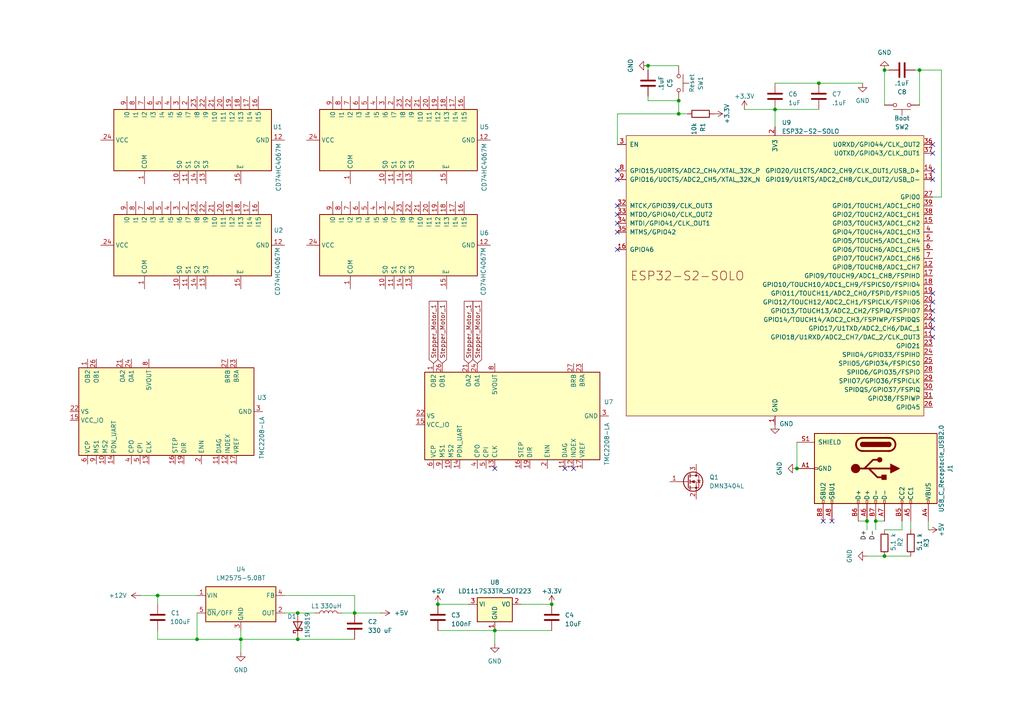
<source format=kicad_sch>
(kicad_sch (version 20231120) (generator "eeschema") (generator_version "8.0")
  (paper "A4")
  (lib_symbols
    (symbol "+5V_1" (power) (pin_numbers hide) (pin_names (offset 0) hide)
      (property "Value" "+5V" (at 0 3.556 0))
      (symbol "+5V_1_0_1"
        (polyline (pts (xy -0.762 1.27) (xy 0 2.54)))
        (polyline (pts (xy 0 0) (xy 0 2.54)))
        (polyline (pts (xy 0 2.54) (xy 0.762 1.27)))
      )
      (symbol "+5V_1_1_1"
        (pin power_in line (at 0 0 90) (length 0) (name "~") (number "1"))
      )
    )
    (symbol "74xx:CD74HC4067M"
      (property "Reference" "U" (at -8.89 22.86 0))
      (property "Value" "CD74HC4067M" (at 1.27 22.86 0))
      (symbol "CD74HC4067M_0_1"
        (rectangle (start -8.89 21.59) (end 8.89 -24.13) (stroke (width 0.254)) (fill (type background)))
      )
      (symbol "CD74HC4067M_1_1"
        (pin passive line (at -12.7 12.7 0) (length 3.81) (name "COM") (number "1"))
        (pin input line (at -12.7 2.54 0) (length 3.81) (name "S0") (number "10"))
        (pin input line (at -12.7 0 0) (length 3.81) (name "S1") (number "11"))
        (pin power_in line (at 0 -27.94 90) (length 3.81) (name "GND") (number "12"))
        (pin input line (at -12.7 -5.08 0) (length 3.81) (name "S3") (number "13"))
        (pin input line (at -12.7 -2.54 0) (length 3.81) (name "S2") (number "14"))
        (pin input line (at -12.7 -15.24 0) (length 3.81) (name "~{E}") (number "15"))
        (pin passive line (at 12.7 -20.32 180) (length 3.81) (name "I15") (number "16"))
        (pin passive line (at 12.7 -17.78 180) (length 3.81) (name "I14") (number "17"))
        (pin passive line (at 12.7 -15.24 180) (length 3.81) (name "I13") (number "18"))
        (pin passive line (at 12.7 -12.7 180) (length 3.81) (name "I12") (number "19"))
        (pin passive line (at 12.7 0 180) (length 3.81) (name "I7") (number "2"))
        (pin passive line (at 12.7 -10.16 180) (length 3.81) (name "I11") (number "20"))
        (pin passive line (at 12.7 -7.62 180) (length 3.81) (name "I10") (number "21"))
        (pin passive line (at 12.7 -5.08 180) (length 3.81) (name "I9") (number "22"))
        (pin passive line (at 12.7 -2.54 180) (length 3.81) (name "I8") (number "23"))
        (pin power_in line (at 0 25.4 270) (length 3.81) (name "VCC") (number "24"))
        (pin passive line (at 12.7 2.54 180) (length 3.81) (name "I6") (number "3"))
        (pin passive line (at 12.7 5.08 180) (length 3.81) (name "I5") (number "4"))
        (pin passive line (at 12.7 7.62 180) (length 3.81) (name "I4") (number "5"))
        (pin passive line (at 12.7 10.16 180) (length 3.81) (name "I3") (number "6"))
        (pin passive line (at 12.7 12.7 180) (length 3.81) (name "I2") (number "7"))
        (pin passive line (at 12.7 15.24 180) (length 3.81) (name "I1") (number "8"))
        (pin passive line (at 12.7 17.78 180) (length 3.81) (name "I0") (number "9"))
      )
    )
    (symbol "Connector:USB_C_Receptacle_USB2.0" (pin_names (offset 1.016))
      (property "Reference" "J" (at -10.16 19.05 0))
      (property "Value" "USB_C_Receptacle_USB2.0" (at 19.05 19.05 0))
      (symbol "USB_C_Receptacle_USB2.0_0_0"
        (rectangle (start -0.254 -17.78) (end 0.254 -16.764))
        (rectangle (start 10.16 -14.986) (end 9.144 -15.494))
        (rectangle (start 10.16 -12.446) (end 9.144 -12.954))
        (rectangle (start 10.16 -4.826) (end 9.144 -5.334))
        (rectangle (start 10.16 -2.286) (end 9.144 -2.794))
        (rectangle (start 10.16 0.254) (end 9.144 -0.254))
        (rectangle (start 10.16 2.794) (end 9.144 2.286))
        (rectangle (start 10.16 7.874) (end 9.144 7.366))
        (rectangle (start 10.16 10.414) (end 9.144 9.906))
        (rectangle (start 10.16 15.494) (end 9.144 14.986))
      )
      (symbol "USB_C_Receptacle_USB2.0_0_1"
        (rectangle (start -10.16 17.78) (end 10.16 -17.78) (stroke (width 0.254)) (fill (type background)))
        (arc (start -8.89 -3.81) (mid -6.985 -5.7067) (end -5.08 -3.81) (stroke (width 0.508)))
        (arc (start -7.62 -3.81) (mid -6.985 -4.4423) (end -6.35 -3.81) (stroke (width 0.254)))
        (arc (start -7.62 -3.81) (mid -6.985 -4.4423) (end -6.35 -3.81) (stroke (width 0.254)) (fill (type outline)))
        (rectangle (start -7.62 -3.81) (end -6.35 3.81) (stroke (width 0.254)) (fill (type outline)))
        (arc (start -6.35 3.81) (mid -6.985 4.4423) (end -7.62 3.81) (stroke (width 0.254)))
        (arc (start -6.35 3.81) (mid -6.985 4.4423) (end -7.62 3.81) (stroke (width 0.254)) (fill (type outline)))
        (arc (start -5.08 3.81) (mid -6.985 5.7067) (end -8.89 3.81) (stroke (width 0.508)))
        (circle (center -2.54 1.143) (radius 0.635) (stroke (width 0.254)) (fill (type outline)))
        (circle (center 0 -5.842) (radius 1.27) (fill (type outline)))
        (polyline (pts (xy -8.89 -3.81) (xy -8.89 3.81)) (stroke (width 0.508)))
        (polyline (pts (xy -5.08 3.81) (xy -5.08 -3.81)) (stroke (width 0.508)))
        (polyline (pts (xy 0 -5.842) (xy 0 4.318)) (stroke (width 0.508)))
        (polyline (pts (xy 0 -3.302) (xy -2.54 -0.762) (xy -2.54 0.508)) (stroke (width 0.508)))
        (polyline (pts (xy 0 -2.032) (xy 2.54 0.508) (xy 2.54 1.778)) (stroke (width 0.508)))
        (polyline (pts (xy -1.27 4.318) (xy 0 6.858) (xy 1.27 4.318) (xy -1.27 4.318)) (stroke (width 0.254)) (fill (type outline)))
        (rectangle (start 1.905 1.778) (end 3.175 3.048) (stroke (width 0.254)) (fill (type outline)))
      )
      (symbol "USB_C_Receptacle_USB2.0_1_1"
        (pin passive line (at 0 -22.86 90) (length 5.08) (name "GND") (number "A1"))
        (pin passive line (at 0 -22.86 90) (length 5.08) hide (name "GND") (number "A12"))
        (pin passive line (at 15.24 15.24 180) (length 5.08) (name "VBUS") (number "A4"))
        (pin bidirectional line (at 15.24 10.16 180) (length 5.08) (name "CC1") (number "A5"))
        (pin bidirectional line (at 15.24 -2.54 180) (length 5.08) (name "D+") (number "A6"))
        (pin bidirectional line (at 15.24 2.54 180) (length 5.08) (name "D-") (number "A7"))
        (pin bidirectional line (at 15.24 -12.7 180) (length 5.08) (name "SBU1") (number "A8"))
        (pin passive line (at 15.24 15.24 180) (length 5.08) hide (name "VBUS") (number "A9"))
        (pin passive line (at 0 -22.86 90) (length 5.08) hide (name "GND") (number "B1"))
        (pin passive line (at 0 -22.86 90) (length 5.08) hide (name "GND") (number "B12"))
        (pin passive line (at 15.24 15.24 180) (length 5.08) hide (name "VBUS") (number "B4"))
        (pin bidirectional line (at 15.24 7.62 180) (length 5.08) (name "CC2") (number "B5"))
        (pin bidirectional line (at 15.24 -5.08 180) (length 5.08) (name "D+") (number "B6"))
        (pin bidirectional line (at 15.24 0 180) (length 5.08) (name "D-") (number "B7"))
        (pin bidirectional line (at 15.24 -15.24 180) (length 5.08) (name "SBU2") (number "B8"))
        (pin passive line (at 15.24 15.24 180) (length 5.08) hide (name "VBUS") (number "B9"))
        (pin passive line (at -7.62 -22.86 90) (length 5.08) (name "SHIELD") (number "S1"))
      )
    )
    (symbol "Device:C" (pin_numbers hide) (pin_names (offset 0.254))
      (property "Reference" "C" (at 0.635 2.54 0))
      (property "Value" "C" (at 0.635 -2.54 0))
      (symbol "C_0_1"
        (polyline (pts (xy -2.032 -0.762) (xy 2.032 -0.762)) (stroke (width 0.508)))
        (polyline (pts (xy -2.032 0.762) (xy 2.032 0.762)) (stroke (width 0.508)))
      )
      (symbol "C_1_1"
        (pin passive line (at 0 3.81 270) (length 2.794) (name "~") (number "1"))
        (pin passive line (at 0 -3.81 90) (length 2.794) (name "~") (number "2"))
      )
    )
    (symbol "Device:D_Schottky" (pin_numbers hide) (pin_names (offset 1.016) hide)
      (property "Reference" "D" (at 0 2.54 0))
      (property "Value" "D_Schottky" (at 0 -2.54 0))
      (symbol "D_Schottky_0_1"
        (polyline (pts (xy 1.27 0) (xy -1.27 0)))
        (polyline (pts (xy 1.27 1.27) (xy 1.27 -1.27) (xy -1.27 0) (xy 1.27 1.27)) (stroke (width 0.254)))
        (polyline (pts (xy -1.905 0.635) (xy -1.905 1.27) (xy -1.27 1.27) (xy -1.27 -1.27) (xy -0.635 -1.27) (xy -0.635 -0.635)) (stroke (width 0.254)))
      )
      (symbol "D_Schottky_1_1"
        (pin passive line (at -3.81 0 0) (length 2.54) (name "K") (number "1"))
        (pin passive line (at 3.81 0 180) (length 2.54) (name "A") (number "2"))
      )
    )
    (symbol "Device:L" (pin_numbers hide) (pin_names (offset 1.016) hide)
      (property "Reference" "L" (at -1.27 0 90))
      (property "Value" "L" (at 1.905 0 90))
      (symbol "L_0_1"
        (arc (start 0 -2.54) (mid 0.6323 -1.905) (end 0 -1.27))
        (arc (start 0 -1.27) (mid 0.6323 -0.635) (end 0 0))
        (arc (start 0 0) (mid 0.6323 0.635) (end 0 1.27))
        (arc (start 0 1.27) (mid 0.6323 1.905) (end 0 2.54))
      )
      (symbol "L_1_1"
        (pin passive line (at 0 3.81 270) (length 1.27) (name "1") (number "1"))
        (pin passive line (at 0 -3.81 90) (length 1.27) (name "2") (number "2"))
      )
    )
    (symbol "Device:R" (pin_numbers hide) (pin_names (offset 0))
      (property "Reference" "R" (at 2.032 0 90))
      (property "Value" "R" (at 0 0 90))
      (symbol "R_0_1"
        (rectangle (start -1.016 -2.54) (end 1.016 2.54) (stroke (width 0.254)))
      )
      (symbol "R_1_1"
        (pin passive line (at 0 3.81 270) (length 1.27) (name "~") (number "1"))
        (pin passive line (at 0 -3.81 90) (length 1.27) (name "~") (number "2"))
      )
    )
    (symbol "Driver_Motor:TMC2208-LA"
      (property "Reference" "U" (at -12.7 -26.67 0))
      (property "Value" "TMC2208-LA" (at 7.62 -26.67 0))
      (symbol "TMC2208-LA_1_1"
        (rectangle (start -12.7 25.4) (end 12.7 -25.4) (stroke (width 0.254)) (fill (type background)))
        (pin output line (at 15.24 22.86 180) (length 2.54) (name "OB2") (number "1"))
        (pin input line (at -15.24 17.78 0) (length 2.54) (name "MS2") (number "10"))
        (pin output line (at -15.24 -15.24 0) (length 2.54) (name "DIAG") (number "11"))
        (pin output line (at -15.24 -17.78 0) (length 2.54) (name "INDEX") (number "12"))
        (pin input line (at -15.24 5.08 0) (length 2.54) (name "CLK") (number "13"))
        (pin bidirectional line (at -15.24 15.24 0) (length 2.54) (name "PDN_UART") (number "14"))
        (pin power_in line (at -2.54 27.94 270) (length 2.54) (name "VCC_IO") (number "15"))
        (pin input line (at -15.24 -2.54 0) (length 2.54) (name "STEP") (number "16"))
        (pin input line (at -15.24 -20.32 0) (length 2.54) (name "VREF") (number "17"))
        (pin passive line (at 0 -27.94 90) (length 2.54) hide (name "GND") (number "18"))
        (pin input line (at -15.24 -5.08 0) (length 2.54) (name "DIR") (number "19"))
        (pin input line (at -15.24 -10.16 0) (length 2.54) (name "ENN") (number "2"))
        (pin no_connect line (at 12.7 -2.54 180) (length 2.54) hide (name "NC") (number "20"))
        (pin output line (at 15.24 12.7 180) (length 2.54) (name "OA2") (number "21"))
        (pin power_in line (at 0 27.94 270) (length 2.54) (name "VS") (number "22"))
        (pin passive line (at 15.24 -20.32 180) (length 2.54) (name "BRA") (number "23"))
        (pin output line (at 15.24 10.16 180) (length 2.54) (name "OA1") (number "24"))
        (pin no_connect line (at 12.7 0 180) (length 2.54) hide (name "NC") (number "25"))
        (pin output line (at 15.24 20.32 180) (length 2.54) (name "OB1") (number "26"))
        (pin passive line (at 15.24 -17.78 180) (length 2.54) (name "BRB") (number "27"))
        (pin passive line (at 0 27.94 270) (length 2.54) hide (name "VS") (number "28"))
        (pin power_in line (at 0 -27.94 90) (length 2.54) (name "GND") (number "3"))
        (pin passive line (at -15.24 10.16 0) (length 2.54) (name "CPO") (number "4"))
        (pin passive line (at -15.24 7.62 0) (length 2.54) (name "CPI") (number "5"))
        (pin passive line (at -15.24 22.86 0) (length 2.54) (name "VCP") (number "6"))
        (pin no_connect line (at 12.7 -5.08 180) (length 2.54) hide (name "NC") (number "7"))
        (pin power_out line (at 15.24 5.08 180) (length 2.54) (name "5VOUT") (number "8"))
        (pin input line (at -15.24 20.32 0) (length 2.54) (name "MS1") (number "9"))
      )
    )
    (symbol "Regulator_Linear:LD1117S33TR_SOT223"
      (property "Reference" "U" (at -3.81 3.175 0))
      (property "Value" "LD1117S33TR_SOT223" (at 0 3.175 0))
      (symbol "LD1117S33TR_SOT223_0_1"
        (rectangle (start -5.08 -5.08) (end 5.08 1.905) (stroke (width 0.254)) (fill (type background)))
      )
      (symbol "LD1117S33TR_SOT223_1_1"
        (pin power_in line (at 0 -7.62 90) (length 2.54) (name "GND") (number "1"))
        (pin power_out line (at 7.62 0 180) (length 2.54) (name "VO") (number "2"))
        (pin power_in line (at -7.62 0 0) (length 2.54) (name "VI") (number "3"))
      )
    )
    (symbol "Regulator_Switching:LM2575-5.0BT" (pin_names (offset 0.254))
      (property "Reference" "U" (at -10.16 6.35 0))
      (property "Value" "LM2575-5.0BT" (at 0 6.35 0))
      (symbol "LM2575-5.0BT_0_1"
        (rectangle (start -10.16 5.08) (end 10.16 -5.08) (stroke (width 0.254)) (fill (type background)))
      )
      (symbol "LM2575-5.0BT_1_1"
        (pin power_in line (at -12.7 2.54 0) (length 2.54) (name "VIN") (number "1"))
        (pin output line (at 12.7 -2.54 180) (length 2.54) (name "OUT") (number "2"))
        (pin power_in line (at 0 -7.62 90) (length 2.54) (name "GND") (number "3"))
        (pin input line (at 12.7 2.54 180) (length 2.54) (name "FB") (number "4"))
        (pin input line (at -12.7 -2.54 0) (length 2.54) (name "~{ON}/OFF") (number "5"))
      )
    )
    (symbol "Switch:SW_Omron_B3FS" (pin_numbers hide) (pin_names (offset 1.016) hide)
      (property "Reference" "SW" (at 1.27 2.54 0))
      (property "Value" "SW_Omron_B3FS" (at 0 -1.524 0))
      (symbol "SW_Omron_B3FS_0_1"
        (circle (center -2.032 0) (radius 0.508))
        (polyline (pts (xy 0 1.27) (xy 0 3.048)))
        (polyline (pts (xy 2.54 1.27) (xy -2.54 1.27)))
        (circle (center 2.032 0) (radius 0.508))
        (pin passive line (at -5.08 0 0) (length 2.54) (name "1") (number "1"))
        (pin passive line (at 5.08 0 180) (length 2.54) (name "2") (number "2"))
      )
    )
    (symbol "Transistor_FET:DMN3404L" (pin_names hide)
      (property "Reference" "Q" (at 5.08 1.905 0))
      (property "Value" "DMN3404L" (at 5.08 0 0))
      (symbol "DMN3404L_0_1"
        (polyline (pts (xy 0.254 0) (xy -2.54 0)))
        (polyline (pts (xy 0.254 1.905) (xy 0.254 -1.905)) (stroke (width 0.254)))
        (polyline (pts (xy 0.762 -1.27) (xy 0.762 -2.286)) (stroke (width 0.254)))
        (polyline (pts (xy 0.762 0.508) (xy 0.762 -0.508)) (stroke (width 0.254)))
        (polyline (pts (xy 0.762 2.286) (xy 0.762 1.27)) (stroke (width 0.254)))
        (polyline (pts (xy 2.54 2.54) (xy 2.54 1.778)))
        (polyline (pts (xy 2.54 -2.54) (xy 2.54 0) (xy 0.762 0)))
        (polyline (pts (xy 0.762 -1.778) (xy 3.302 -1.778) (xy 3.302 1.778) (xy 0.762 1.778)))
        (polyline (pts (xy 1.016 0) (xy 2.032 0.381) (xy 2.032 -0.381) (xy 1.016 0)) (fill (type outline)))
        (polyline (pts (xy 2.794 0.508) (xy 2.921 0.381) (xy 3.683 0.381) (xy 3.81 0.254)))
        (polyline (pts (xy 3.302 0.381) (xy 2.921 -0.254) (xy 3.683 -0.254) (xy 3.302 0.381)))
        (circle (center 1.651 0) (radius 2.794) (stroke (width 0.254)))
        (circle (center 2.54 -1.778) (radius 0.254) (fill (type outline)))
        (circle (center 2.54 1.778) (radius 0.254) (fill (type outline)))
      )
      (symbol "DMN3404L_1_1"
        (pin input line (at -5.08 0 0) (length 2.54) (name "G") (number "1"))
        (pin passive line (at 2.54 -5.08 90) (length 2.54) (name "S") (number "2"))
        (pin passive line (at 2.54 5.08 270) (length 2.54) (name "D") (number "3"))
      )
    )
    (symbol "esp32:ESP32-S2-SOLO" (pin_names (offset 1.016))
      (property "Reference" "U" (at -43.18 45.72 0))
      (property "Value" "ESP32-S2-SOLO" (at -43.18 43.18 0))
      (symbol "ESP32-S2-SOLO_0_1"
        (rectangle (start -43.18 40.64) (end 43.18 -40.64) (fill (type background)))
      )
      (symbol "ESP32-S2-SOLO_1_1"
        (text "ESP32-S2-SOLO" (at -25.4 0 0) (effects (font (size 2.54 2.54))))
        (pin power_in line (at 0 -43.18 90) (length 2.54) (name "GND") (number "1"))
        (pin bidirectional line (at 45.72 -15.24 180) (length 2.54) (name "GPIO17/U1TXD/ADC2_CH6/DAC_1") (number "10"))
        (pin bidirectional line (at 45.72 -17.78 180) (length 2.54) (name "GPIO18/U1RXD/ADC2_CH7/DAC_2/CLK_OUT3") (number "11"))
        (pin bidirectional line (at 45.72 2.54 180) (length 2.54) (name "GPIO8/TOUCH8/ADC1_CH7") (number "12"))
        (pin bidirectional line (at 45.72 27.94 180) (length 2.54) (name "GPIO19/U1RTS/ADC2_CH8/CLK_OUT2/USB_D-") (number "13"))
        (pin bidirectional line (at 45.72 30.48 180) (length 2.54) (name "GPIO20/U1CTS/ADC2_CH9/CLK_OUT1/USB_D+") (number "14"))
        (pin bidirectional line (at 45.72 15.24 180) (length 2.54) (name "GPIO3/TOUCH3/ADC1_CH2") (number "15"))
        (pin input line (at -45.72 7.62 0) (length 2.54) (name "GPIO46") (number "16"))
        (pin bidirectional line (at 45.72 0 180) (length 2.54) (name "GPIO9/TOUCH9/ADC1_CH8/FSPIHD") (number "17"))
        (pin bidirectional line (at 45.72 -2.54 180) (length 2.54) (name "GPIO10/TOUCH10/ADC1_CH9/FSPICS0/FSPIIO4") (number "18"))
        (pin bidirectional line (at 45.72 -5.08 180) (length 2.54) (name "GPIO11/TOUCH11/ADC2_CH0/FSPID/FSPIIO5") (number "19"))
        (pin power_in line (at 0 43.18 270) (length 2.54) (name "3V3") (number "2"))
        (pin bidirectional line (at 45.72 -7.62 180) (length 2.54) (name "GPIO12/TOUCH12/ADC2_CH1/FSPICLK/FSPIIO6") (number "20"))
        (pin bidirectional line (at 45.72 -10.16 180) (length 2.54) (name "GPIO13/TOUCH13/ADC2_CH2/FSPIQ/FSPIIO7") (number "21"))
        (pin bidirectional line (at 45.72 -12.7 180) (length 2.54) (name "GPIO14/TOUCH14/ADC2_CH3/FSPIWP/FSPIDQS") (number "22"))
        (pin bidirectional line (at 45.72 -20.32 180) (length 2.54) (name "GPIO21") (number "23"))
        (pin bidirectional line (at 45.72 -22.86 180) (length 2.54) (name "SPIIO4/GPIO33/FSPIHD") (number "24"))
        (pin bidirectional line (at 45.72 -25.4 180) (length 2.54) (name "SPIIO5/GPIO34/FSPICS0") (number "25"))
        (pin bidirectional line (at 45.72 -38.1 180) (length 2.54) (name "GPIO45") (number "26"))
        (pin bidirectional line (at 45.72 22.86 180) (length 2.54) (name "GPIO0") (number "27"))
        (pin bidirectional line (at 45.72 -27.94 180) (length 2.54) (name "SPIIO6/GPIO35/FSPID") (number "28"))
        (pin bidirectional line (at 45.72 -30.48 180) (length 2.54) (name "SPIIO7/GPIO36/FSPICLK") (number "29"))
        (pin bidirectional line (at -45.72 38.1 0) (length 2.54) (name "EN") (number "3"))
        (pin bidirectional line (at 45.72 -33.02 180) (length 2.54) (name "SPIDQS/GPIO37/FSPIQ") (number "30"))
        (pin bidirectional line (at 45.72 -35.56 180) (length 2.54) (name "GPIO38/FSPIWP") (number "31"))
        (pin bidirectional line (at -45.72 20.32 0) (length 2.54) (name "MTCK/GPIO39/CLK_OUT3") (number "32"))
        (pin bidirectional line (at -45.72 17.78 0) (length 2.54) (name "MTDO/GPIO40/CLK_OUT2") (number "33"))
        (pin bidirectional line (at -45.72 15.24 0) (length 2.54) (name "MTDI/GPIO41/CLK_OUT1") (number "34"))
        (pin bidirectional line (at -45.72 12.7 0) (length 2.54) (name "MTMS/GPIO42") (number "35"))
        (pin bidirectional line (at 45.72 38.1 180) (length 2.54) (name "U0RXD/GPIO44/CLK_OUT2") (number "36"))
        (pin bidirectional line (at 45.72 35.56 180) (length 2.54) (name "U0TXD/GPIO43/CLK_OUT1") (number "37"))
        (pin bidirectional line (at 45.72 17.78 180) (length 2.54) (name "GPIO2/TOUCH2/ADC1_CH1") (number "38"))
        (pin bidirectional line (at 45.72 20.32 180) (length 2.54) (name "GPIO1/TOUCH1/ADC1_CH0") (number "39"))
        (pin bidirectional line (at 45.72 12.7 180) (length 2.54) (name "GPIO4/TOUCH4/ADC1_CH3") (number "4"))
        (pin passive line (at 0 -43.18 90) (length 2.54) hide (name "GND") (number "40"))
        (pin passive line (at 0 -43.18 90) (length 2.54) hide (name "GND") (number "41"))
        (pin bidirectional line (at 45.72 10.16 180) (length 2.54) (name "GPIO5/TOUCH5/ADC1_CH4") (number "5"))
        (pin bidirectional line (at 45.72 7.62 180) (length 2.54) (name "GPIO6/TOUCH6/ADC1_CH5") (number "6"))
        (pin bidirectional line (at 45.72 5.08 180) (length 2.54) (name "GPIO7/TOUCH7/ADC1_CH6") (number "7"))
        (pin bidirectional line (at -45.72 30.48 0) (length 2.54) (name "GPIO15/U0RTS/ADC2_CH4/XTAL_32K_P") (number "8"))
        (pin bidirectional line (at -45.72 27.94 0) (length 2.54) (name "GPIO16/U0CTS/ADC2_CH5/XTAL_32K_N") (number "9"))
      )
    )
    (symbol "power:+12V" (power) (pin_numbers hide) (pin_names (offset 0) hide)
      (property "Value" "+12V" (at 0 3.556 0))
      (symbol "+12V_0_1"
        (polyline (pts (xy -0.762 1.27) (xy 0 2.54)))
        (polyline (pts (xy 0 0) (xy 0 2.54)))
        (polyline (pts (xy 0 2.54) (xy 0.762 1.27)))
      )
      (symbol "+12V_1_1"
        (pin power_in line (at 0 0 90) (length 0) (name "~") (number "1"))
      )
    )
    (symbol "power:+3.3V" (power) (pin_names (offset 0))
      (property "Value" "+3.3V" (at 0 3.556 0))
      (symbol "+3.3V_0_1"
        (polyline (pts (xy -0.762 1.27) (xy 0 2.54)))
        (polyline (pts (xy 0 0) (xy 0 2.54)))
        (polyline (pts (xy 0 2.54) (xy 0.762 1.27)))
      )
      (symbol "+3.3V_1_1"
        (pin power_in line (at 0 0 90) (length 0) hide (name "+3.3V") (number "1"))
      )
    )
    (symbol "power:+5V" (power) (pin_names (offset 0))
      (property "Value" "+5V" (at 0 3.556 0))
      (symbol "+5V_0_1"
        (polyline (pts (xy -0.762 1.27) (xy 0 2.54)))
        (polyline (pts (xy 0 0) (xy 0 2.54)))
        (polyline (pts (xy 0 2.54) (xy 0.762 1.27)))
      )
      (symbol "+5V_1_1"
        (pin power_in line (at 0 0 90) (length 0) hide (name "+5V") (number "1"))
      )
    )
    (symbol "power:GND" (power) (pin_names (offset 0))
      (property "Value" "GND" (at 0 -3.81 0))
      (symbol "GND_0_1"
        (polyline (pts (xy 0 0) (xy 0 -1.27) (xy 1.27 -1.27) (xy 0 -2.54) (xy -1.27 -1.27) (xy 0 -1.27)))
      )
      (symbol "GND_1_1"
        (pin power_in line (at 0 0 270) (length 0) hide (name "GND") (number "1"))
      )
    )
  )
  (junction (at 160.02 175.26))
  (junction (at 224.79 31.75))
  (junction (at 69.85 185.42))
  (junction (at 45.72 172.72))
  (junction (at 143.51 182.88))
  (junction (at 86.36 185.42))
  (junction (at 231.14 135.89))
  (junction (at 256.54 161.29))
  (junction (at 196.85 29.21))
  (junction (at 102.87 177.8))
  (junction (at 57.15 185.42))
  (junction (at 187.96 19.05))
  (junction (at 127 175.26))
  (junction (at 237.49 24.13))
  (junction (at 254 151.13))
  (junction (at 196.85 33.02))
  (junction (at 86.36 177.8))
  (junction (at 266.7 20.32))
  (junction (at 251.46 151.13))
  (junction (at 256.54 20.32))
  (no_connect (at 270.51 41.91))
  (no_connect (at 270.51 97.79))
  (no_connect (at 179.07 49.53))
  (no_connect (at 270.51 44.45))
  (no_connect (at 270.51 49.53))
  (no_connect (at 179.07 52.07))
  (no_connect (at 143.51 135.89))
  (no_connect (at 270.51 85.09))
  (no_connect (at 270.51 92.71))
  (no_connect (at 270.51 95.25))
  (no_connect (at 241.3 151.13))
  (no_connect (at 166.37 135.89))
  (no_connect (at 238.76 151.13))
  (no_connect (at 270.51 90.17))
  (no_connect (at 179.07 62.23))
  (no_connect (at 163.83 135.89))
  (no_connect (at 270.51 87.63))
  (no_connect (at 179.07 64.77))
  (no_connect (at 179.07 72.39))
  (no_connect (at 270.51 52.07))
  (no_connect (at 179.07 59.69))
  (no_connect (at 179.07 67.31))
  (wire (pts (xy 261.62 151.13) (xy 261.62 153.67)))
  (wire (pts (xy 69.85 185.42) (xy 86.36 185.42)))
  (wire (pts (xy 86.36 177.8) (xy 91.44 177.8)))
  (wire (pts (xy 143.51 182.88) (xy 160.02 182.88)))
  (wire (pts (xy 127 182.88) (xy 143.51 182.88)))
  (wire (pts (xy 82.55 172.72) (xy 102.87 172.72)))
  (wire (pts (xy 196.85 29.21) (xy 196.85 33.02)))
  (wire (pts (xy 265.43 20.32) (xy 266.7 20.32)))
  (wire (pts (xy 270.51 57.15) (xy 273.05 57.15)))
  (wire (pts (xy 215.9 31.75) (xy 224.79 31.75)))
  (wire (pts (xy 45.72 172.72) (xy 45.72 175.26)))
  (wire (pts (xy 254 151.13) (xy 254 153.67)))
  (wire (pts (xy 251.46 151.13) (xy 251.46 153.67)))
  (wire (pts (xy 127 175.26) (xy 135.89 175.26)))
  (wire (pts (xy 256.54 20.32) (xy 257.81 20.32)))
  (wire (pts (xy 224.79 24.13) (xy 237.49 24.13)))
  (wire (pts (xy 57.15 185.42) (xy 69.85 185.42)))
  (wire (pts (xy 251.46 161.29) (xy 256.54 161.29)))
  (wire (pts (xy 57.15 177.8) (xy 57.15 185.42)))
  (wire (pts (xy 224.79 31.75) (xy 237.49 31.75)))
  (wire (pts (xy 102.87 177.8) (xy 110.49 177.8)))
  (wire (pts (xy 264.16 161.29) (xy 256.54 161.29)))
  (wire (pts (xy 266.7 30.48) (xy 266.7 20.32)))
  (wire (pts (xy 45.72 185.42) (xy 57.15 185.42)))
  (wire (pts (xy 256.54 30.48) (xy 256.54 20.32)))
  (wire (pts (xy 82.55 177.8) (xy 86.36 177.8)))
  (wire (pts (xy 269.24 151.13) (xy 269.24 153.67)))
  (wire (pts (xy 69.85 182.88) (xy 69.85 185.42)))
  (wire (pts (xy 99.06 177.8) (xy 102.87 177.8)))
  (wire (pts (xy 256.54 153.67) (xy 261.62 153.67)))
  (wire (pts (xy 69.85 185.42) (xy 69.85 189.23)))
  (wire (pts (xy 224.79 31.75) (xy 224.79 36.83)))
  (wire (pts (xy 187.96 19.05) (xy 196.85 19.05)))
  (wire (pts (xy 40.64 172.72) (xy 45.72 172.72)))
  (wire (pts (xy 273.05 20.32) (xy 266.7 20.32)))
  (wire (pts (xy 187.96 20.32) (xy 187.96 19.05)))
  (wire (pts (xy 256.54 151.13) (xy 254 151.13)))
  (wire (pts (xy 151.13 175.26) (xy 160.02 175.26)))
  (wire (pts (xy 45.72 182.88) (xy 45.72 185.42)))
  (wire (pts (xy 45.72 172.72) (xy 57.15 172.72)))
  (wire (pts (xy 143.51 182.88) (xy 143.51 186.69)))
  (wire (pts (xy 102.87 172.72) (xy 102.87 177.8)))
  (wire (pts (xy 179.07 33.02) (xy 196.85 33.02)))
  (wire (pts (xy 251.46 151.13) (xy 248.92 151.13)))
  (wire (pts (xy 231.14 128.27) (xy 231.14 135.89)))
  (wire (pts (xy 196.85 29.21) (xy 187.96 29.21)))
  (wire (pts (xy 179.07 41.91) (xy 179.07 33.02)))
  (wire (pts (xy 237.49 24.13) (xy 250.19 24.13)))
  (wire (pts (xy 264.16 151.13) (xy 264.16 153.67)))
  (wire (pts (xy 86.36 185.42) (xy 102.87 185.42)))
  (wire (pts (xy 199.39 33.02) (xy 196.85 33.02)))
  (wire (pts (xy 273.05 57.15) (xy 273.05 20.32)))
  (wire (pts (xy 187.96 27.94) (xy 187.96 29.21)))
  (label "D-" (at 254 153.67 270))
  (label "D+" (at 251.46 153.67 270))
  (global_label "Stepper_Motor_1" (shape input) (at 135.89 105.41 90) (property "Intersheetrefs" "${INTERSHEET_REFS}" (effects (hide yes))))
  (global_label "Stepper_Motor_1" (shape input) (at 128.27 105.41 90) (property "Intersheetrefs" "${INTERSHEET_REFS}" (effects (hide yes))))
  (global_label "Stepper_Motor_1" (shape input) (at 125.73 105.41 90) (property "Intersheetrefs" "${INTERSHEET_REFS}" (effects (hide yes))))
  (global_label "Stepper_Motor_1" (shape input) (at 138.43 105.41 90) (property "Intersheetrefs" "${INTERSHEET_REFS}" (effects (hide yes))))
  (symbol (lib_id "74xx:CD74HC4067M") (at 54.61 40.64 90) (unit 1)
    (property "Reference" "U1" (at 80.518 36.83 90))
    (property "Value" "CD74HC4067M" (at 80.772 48.514 0))
    (property "Footprint" "Package_SO:SOIC-24W_7.5x15.4mm_P1.27mm" (effects (hide yes)))
    (property "Datasheet" "http://www.ti.com/lit/ds/symlink/cd74hc4067.pdf" (effects (hide yes)))
    (property "Description" "High-Speed CMOS Logic 16-Channel Analog Multiplexer/Demultiplexer, SOIC-24" (effects (hide yes)))
  )
  (symbol (lib_id "power:+5V") (at 127 175.26 0) (unit 1)
    (property "Reference" "#PWR04" (effects (hide yes)))
    (property "Value" "+5V" (at 127 171.45 0))
  )
  (symbol (lib_id "Regulator_Switching:LM2575-5.0BT") (at 69.85 175.26 0) (unit 1)
    (property "Reference" "U4" (at 69.85 165.1 0))
    (property "Value" "LM2575-5.0BT" (at 69.85 167.64 0))
    (property "Footprint" "Package_TO_SOT_THT:TO-220-5_Vertical" (effects (hide yes)))
    (property "Datasheet" "http://ww1.microchip.com/downloads/en/DeviceDoc/lm2575.pdf" (effects (hide yes)))
    (property "Description" "Fixed 5.0V 52kHz Simple 1A Buck Regulator, TO-220-5" (effects (hide yes)))
  )
  (symbol (lib_id "power:GND") (at 256.54 20.32 180) (unit 1)
    (property "Reference" "#PWR014" (effects (hide yes)))
    (property "Value" "GND" (at 256.54 15.24 0))
  )
  (symbol (lib_id "Device:D_Schottky") (at 86.36 181.61 90) (unit 1)
    (property "Reference" "D1" (at 83.312 178.816 90) (effects (justify right)))
    (property "Value" "1N5819" (at 89.154 177.546 0) (effects (justify right)))
    (property "Description" "Schottky diode" (effects (hide yes)))
  )
  (symbol (lib_id "Driver_Motor:TMC2208-LA") (at 148.59 120.65 90) (unit 1)
    (property "Reference" "U7" (at 176.53 116.586 90))
    (property "Value" "TMC2208-LA" (at 176.022 128.778 0))
    (property "Footprint" "Package_DFN_QFN:TQFN-32-1EP_5x5mm_P0.5mm_EP3.4x3.4mm_ThermalVias" (effects (hide yes)))
    (property "Datasheet" "https://www.analog.com/media/en/technical-documentation/data-sheets/TMC2202_TMC2208_TMC2224_datasheet_rev1.13.pdf" (effects (hide yes)))
    (property "Description" "Standalone driver for two-phase bipolar stepper motor, 2A, 4.75… 36V, UART, internal FETs, QFN28" (effects (hide yes)))
  )
  (symbol (lib_id "power:GND") (at 69.85 189.23 0) (unit 1)
    (property "Reference" "#PWR02" (effects (hide yes)))
    (property "Value" "GND" (at 69.85 194.31 0))
  )
  (symbol (lib_id "Device:C") (at 224.79 27.94 0) (unit 1)
    (property "Reference" "C6" (at 228.6 27.305 0) (effects (justify left)))
    (property "Value" "1uF" (at 228.6 29.845 0) (effects (justify left)))
  )
  (symbol (lib_id "power:+5V") (at 269.24 153.67 270) (unit 1)
    (property "Reference" "#PWR015" (effects (hide yes)))
    (property "Value" "+5V" (at 273.05 153.67 0))
  )
  (symbol (lib_id "Device:C") (at 45.72 179.07 0) (unit 1)
    (property "Reference" "C1" (at 49.53 177.7999 0) (effects (justify left)))
    (property "Value" "100uF" (at 49.276 180.34 0) (effects (justify left)))
    (property "Description" "Unpolarized capacitor" (effects (hide yes)))
  )
  (symbol (lib_id "Device:C") (at 261.62 20.32 270) (unit 1)
    (property "Reference" "C8" (at 261.62 26.67 90))
    (property "Value" ".1uF" (at 261.62 24.13 90))
  )
  (symbol (lib_id "Device:R") (at 256.54 157.48 180) (unit 1)
    (property "Reference" "R2" (at 261.112 157.226 90))
    (property "Value" "5.1 k" (at 259.08 157.226 90))
  )
  (symbol (lib_id "Device:C") (at 187.96 24.13 0) (unit 1)
    (property "Reference" "C5" (at 194.31 24.13 90))
    (property "Value" ".1uF" (at 191.77 24.13 90))
  )
  (symbol (lib_id "power:GND") (at 251.46 161.29 270) (unit 1)
    (property "Reference" "#PWR013" (effects (hide yes)))
    (property "Value" "GND" (at 246.38 161.29 0))
  )
  (symbol (lib_id "Transistor_FET:DMN3404L") (at 199.39 139.7 0) (unit 1)
    (property "Reference" "Q1" (at 205.74 138.4299 0) (effects (justify left)))
    (property "Value" "DMN3404L" (at 205.74 140.9699 0) (effects (justify left)))
    (property "Footprint" "Package_TO_SOT_SMD:SOT-23" (effects (hide yes)))
    (property "Datasheet" "http://www.diodes.com/assets/Datasheets/ds31787.pdf" (effects (hide yes)))
    (property "Description" "5.8A Id, 30V Vds, N-Channel MOSFET, SOT-23" (effects (hide yes)))
  )
  (symbol (lib_id "Device:C") (at 127 179.07 0) (unit 1)
    (property "Reference" "C3" (at 130.81 178.435 0) (effects (justify left)))
    (property "Value" "100nF" (at 130.81 180.975 0) (effects (justify left)))
  )
  (symbol (lib_id "power:GND") (at 250.19 24.13 0) (unit 1)
    (property "Reference" "#PWR012" (effects (hide yes)))
    (property "Value" "GND" (at 250.19 29.21 0))
  )
  (symbol (lib_id "power:GND") (at 231.14 135.89 270) (unit 1)
    (property "Reference" "#PWR011" (effects (hide yes)))
    (property "Value" "GND" (at 226.06 135.89 0))
  )
  (symbol (lib_id "Switch:SW_Omron_B3FS") (at 261.62 30.48 180) (unit 1)
    (property "Reference" "SW2" (at 261.62 36.83 0))
    (property "Value" "Boot" (at 261.62 34.29 0))
    (property "Datasheet" "https://omronfs.omron.com/en_US/ecb/products/pdf/en-b3fs.pdf" (effects (hide yes)))
  )
  (symbol (lib_id "Device:R") (at 203.2 33.02 270) (unit 1)
    (property "Reference" "R1" (at 203.835 35.56 0) (effects (justify left)))
    (property "Value" "10k" (at 201.295 35.56 0) (effects (justify left)))
  )
  (symbol (lib_id "Connector:USB_C_Receptacle_USB2.0") (at 254 135.89 270) (unit 1)
    (property "Reference" "J1" (at 275.59 135.89 0))
    (property "Value" "USB_C_Receptacle_USB2.0" (at 273.05 135.89 0))
    (property "Datasheet" "https://www.usb.org/sites/default/files/documents/usb_type-c.zip" (effects (hide yes)))
    (property "Digikey" "https://www.digikey.com/en/products/detail/jae-electronics/dx07s016ja1r1500/11585731" (effects (hide yes)))
  )
  (symbol (lib_id "Device:C") (at 102.87 181.61 0) (unit 1)
    (property "Reference" "C2" (at 106.68 180.3399 0) (effects (justify left)))
    (property "Value" "330 uF" (at 106.68 182.8799 0) (effects (justify left)))
    (property "Description" "Unpolarized capacitor" (effects (hide yes)))
  )
  (symbol (lib_id "74xx:CD74HC4067M") (at 54.61 71.12 90) (unit 1)
    (property "Reference" "U2" (at 80.772 66.802 90))
    (property "Value" "CD74HC4067M" (at 80.518 78.74 0))
    (property "Footprint" "Package_SO:SOIC-24W_7.5x15.4mm_P1.27mm" (effects (hide yes)))
    (property "Datasheet" "http://www.ti.com/lit/ds/symlink/cd74hc4067.pdf" (effects (hide yes)))
    (property "Description" "High-Speed CMOS Logic 16-Channel Analog Multiplexer/Demultiplexer, SOIC-24" (effects (hide yes)))
  )
  (symbol (lib_id "power:+3.3V") (at 207.01 33.02 270) (unit 1)
    (property "Reference" "#PWR08" (effects (hide yes)))
    (property "Value" "+3.3V" (at 210.82 33.02 0))
  )
  (symbol (lib_id "power:+12V") (at 40.64 172.72 90) (unit 1)
    (property "Reference" "#PWR01" (effects (hide yes)))
    (property "Value" "+12V" (at 36.83 172.7199 90) (effects (justify left)))
    (property "Description" "Power symbol creates a global label with name \"+12V\"" (effects (hide yes)))
  )
  (symbol (lib_name "+5V_1") (lib_id "power:+5V") (at 110.49 177.8 270) (unit 1)
    (property "Reference" "#PWR03" (effects (hide yes)))
    (property "Value" "+5V" (at 114.3 177.7999 90) (effects (justify left)))
    (property "Description" "Power symbol creates a global label with name \"+5V\"" (effects (hide yes)))
  )
  (symbol (lib_id "power:+3.3V") (at 215.9 31.75 0) (unit 1)
    (property "Reference" "#PWR09" (effects (hide yes)))
    (property "Value" "+3.3V" (at 215.9 27.94 0))
  )
  (symbol (lib_id "Device:C") (at 160.02 179.07 0) (unit 1)
    (property "Reference" "C4" (at 163.83 178.435 0) (effects (justify left)))
    (property "Value" "10uF" (at 163.83 180.975 0) (effects (justify left)))
  )
  (symbol (lib_id "74xx:CD74HC4067M") (at 114.3 71.12 90) (unit 1)
    (property "Reference" "U6" (at 140.462 67.564 90))
    (property "Value" "CD74HC4067M" (at 140.208 78.74 0))
    (property "Footprint" "Package_SO:SOIC-24W_7.5x15.4mm_P1.27mm" (effects (hide yes)))
    (property "Datasheet" "http://www.ti.com/lit/ds/symlink/cd74hc4067.pdf" (effects (hide yes)))
    (property "Description" "High-Speed CMOS Logic 16-Channel Analog Multiplexer/Demultiplexer, SOIC-24" (effects (hide yes)))
  )
  (symbol (lib_id "Device:R") (at 264.16 157.48 0) (unit 1)
    (property "Reference" "R3" (at 268.732 157.48 90))
    (property "Value" "5.1 k" (at 266.7 157.226 90))
  )
  (symbol (lib_id "power:GND") (at 224.79 123.19 0) (unit 1)
    (property "Reference" "#PWR010" (effects (hide yes)))
    (property "Value" "GND" (at 228.092 122.936 0))
  )
  (symbol (lib_id "power:GND") (at 187.96 19.05 270) (unit 1)
    (property "Reference" "#PWR07" (effects (hide yes)))
    (property "Value" "GND" (at 182.88 19.05 0))
  )
  (symbol (lib_id "Device:C") (at 237.49 27.94 0) (unit 1)
    (property "Reference" "C7" (at 241.3 27.305 0) (effects (justify left)))
    (property "Value" ".1uF" (at 241.3 29.845 0) (effects (justify left)))
  )
  (symbol (lib_id "74xx:CD74HC4067M") (at 114.3 40.64 90) (unit 1)
    (property "Reference" "U5" (at 140.462 36.83 90))
    (property "Value" "CD74HC4067M" (at 140.462 48.514 0))
    (property "Footprint" "Package_SO:SOIC-24W_7.5x15.4mm_P1.27mm" (effects (hide yes)))
    (property "Datasheet" "http://www.ti.com/lit/ds/symlink/cd74hc4067.pdf" (effects (hide yes)))
    (property "Description" "High-Speed CMOS Logic 16-Channel Analog Multiplexer/Demultiplexer, SOIC-24" (effects (hide yes)))
  )
  (symbol (lib_id "Switch:SW_Omron_B3FS") (at 196.85 24.13 270) (unit 1)
    (property "Reference" "SW1" (at 203.2 24.13 0))
    (property "Value" "Reset" (at 200.66 24.13 0))
    (property "Datasheet" "https://omronfs.omron.com/en_US/ecb/products/pdf/en-b3fs.pdf" (effects (hide yes)))
  )
  (symbol (lib_id "power:GND") (at 143.51 186.69 0) (unit 1)
    (property "Reference" "#PWR05" (effects (hide yes)))
    (property "Value" "GND" (at 143.51 191.77 0))
  )
  (symbol (lib_id "esp32:ESP32-S2-SOLO") (at 224.79 80.01 0) (unit 1)
    (property "Reference" "U9" (at 226.7459 35.56 0) (effects (justify left)))
    (property "Value" "ESP32-S2-SOLO" (at 226.7459 38.1 0) (effects (justify left)))
    (property "Footprint" "PCM_Espressif:ESP32-S2-SOLO" (effects (hide yes)))
    (property "Datasheet" "https://www.espressif.com/sites/default/files/documentation/esp32-s2-solo_esp32-s2-solo-u_datasheet_en.pdf" (effects (hide yes)))
  )
  (symbol (lib_id "Regulator_Linear:LD1117S33TR_SOT223") (at 143.51 175.26 0) (unit 1)
    (property "Reference" "U8" (at 143.51 168.91 0))
    (property "Value" "LD1117S33TR_SOT223" (at 143.51 171.45 0))
    (property "Footprint" "Package_TO_SOT_SMD:SOT-223-3_TabPin2" (effects (hide yes)))
    (property "Datasheet" "http://www.st.com/st-web-ui/static/active/en/resource/technical/document/datasheet/CD00000544.pdf" (effects (hide yes)))
  )
  (symbol (lib_id "Driver_Motor:TMC2208-LA") (at 48.26 119.38 90) (unit 1)
    (property "Reference" "U3" (at 75.946 115.316 90))
    (property "Value" "TMC2208-LA" (at 75.946 127 0))
    (property "Footprint" "Package_DFN_QFN:TQFN-32-1EP_5x5mm_P0.5mm_EP3.4x3.4mm_ThermalVias" (effects (hide yes)))
    (property "Datasheet" "https://www.analog.com/media/en/technical-documentation/data-sheets/TMC2202_TMC2208_TMC2224_datasheet_rev1.13.pdf" (effects (hide yes)))
    (property "Description" "Standalone driver for two-phase bipolar stepper motor, 2A, 4.75… 36V, UART, internal FETs, QFN28" (effects (hide yes)))
  )
  (symbol (lib_id "Device:L") (at 95.25 177.8 90) (unit 1)
    (property "Reference" "L1" (at 91.44 175.768 90))
    (property "Value" "330uH" (at 96.012 175.768 90))
    (property "Description" "Inductor" (effects (hide yes)))
  )
  (symbol (lib_id "power:+3.3V") (at 160.02 175.26 0) (unit 1)
    (property "Reference" "#PWR06" (effects (hide yes)))
    (property "Value" "+3.3V" (at 160.02 171.45 0))
  )
)
</source>
